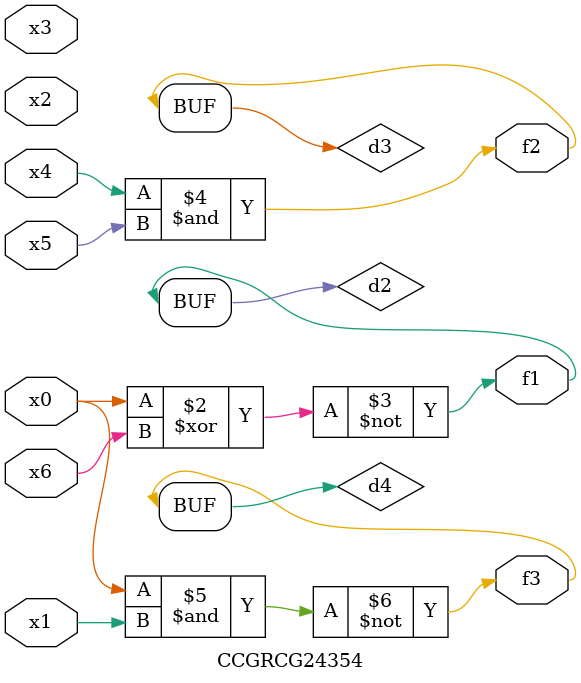
<source format=v>
module CCGRCG24354(
	input x0, x1, x2, x3, x4, x5, x6,
	output f1, f2, f3
);

	wire d1, d2, d3, d4;

	nor (d1, x0);
	xnor (d2, x0, x6);
	and (d3, x4, x5);
	nand (d4, x0, x1);
	assign f1 = d2;
	assign f2 = d3;
	assign f3 = d4;
endmodule

</source>
